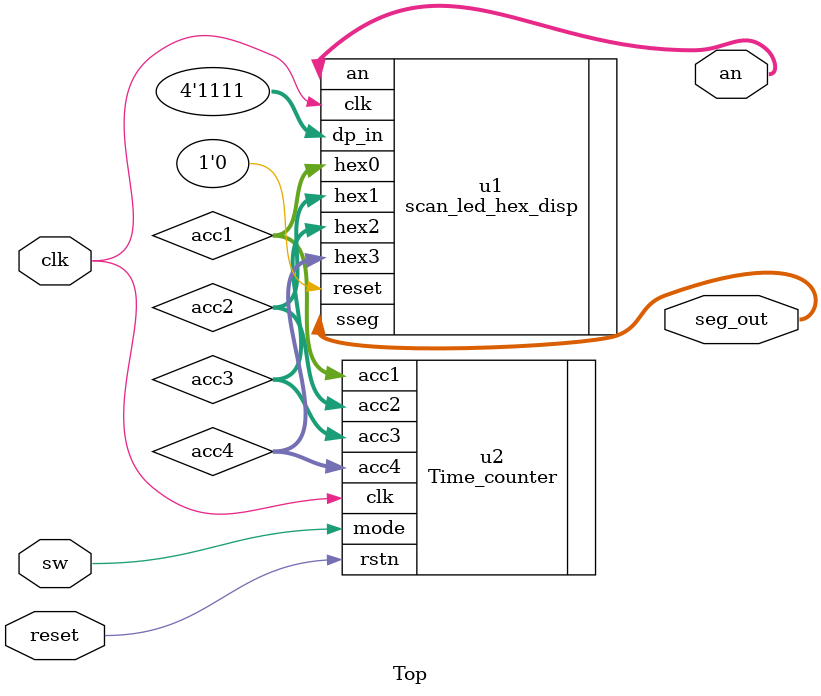
<source format=v>
module Top (
    input clk,
    input reset,
    input sw,
    output [6:0] seg_out,
    output [3:0] an
);

    wire [3:0] acc1, acc2, acc3, acc4;
    
    scan_led_hex_disp u1 (.hex0(acc1),
                        .hex1(acc2),
                        .hex2(acc3),
                        .hex3(acc4),
                        .clk(clk),
                        .reset(1'b0),
                        .an(an),
                        .sseg(seg_out),
                        .dp_in(4'b1111)
    );

    Time_counter u2 (.clk(clk),
                    .rstn(reset),
                    .mode(sw),
                    .acc1(acc1),
                    .acc2(acc2),
                    .acc3(acc3),
                    .acc4(acc4)
    );




endmodule //Top
</source>
